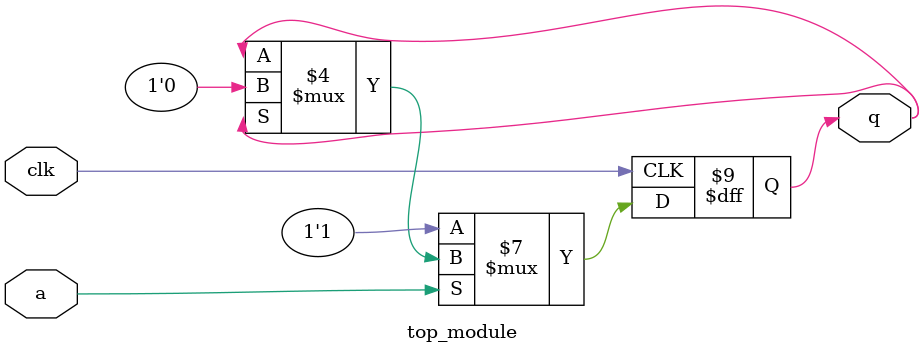
<source format=sv>
module top_module (
	input clk,
	input a, 
	output reg q
);

always @(posedge clk) begin
    if (a == 0) begin
        q <= 1;
    end else if (q == 1) begin
        q <= 0;
    end
end

endmodule

</source>
